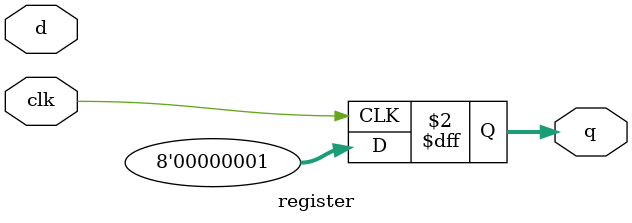
<source format=sv>
`timescale 1us/1ns

module register #(
  parameter WIDTH_IN=8,
            WIDTH_OUT=8
)(
    input  logic clk, 
    input  logic [WIDTH_IN -1:0] d,
    output logic [WIDTH_OUT-1:0] q
);

always @(posedge clk) // iverilog linux doesn't support always_ff
    q <= 1;


`ifdef COCOTB_SIM
initial begin
  $dumpfile ("register.vcd"); $dumpvars;
end
`endif

endmodule

</source>
